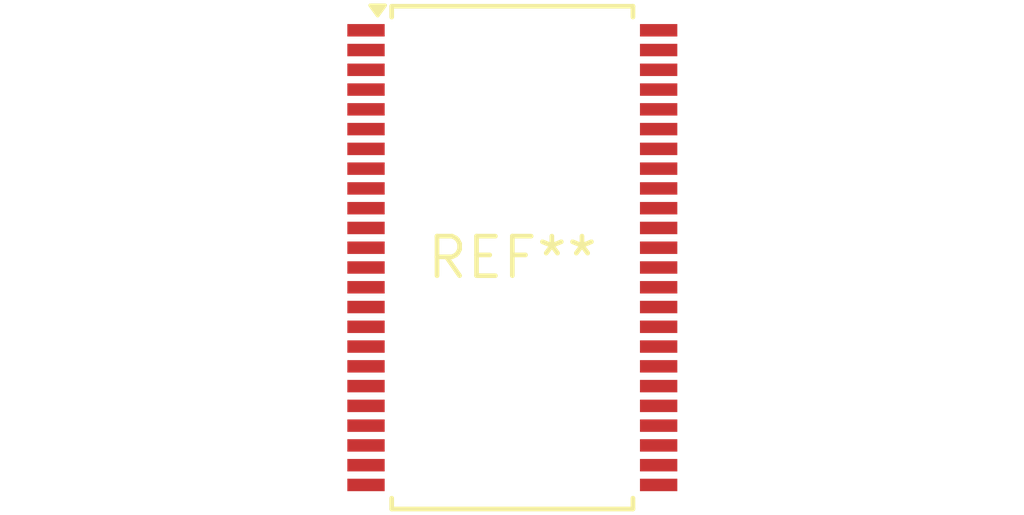
<source format=kicad_pcb>
(kicad_pcb (version 20240108) (generator pcbnew)
  (layers (0 "F.Cu" signal) (31 "B.Cu" signal) (34 "B.Paste" user) (35 "F.Paste" user) (36 "B.SilkS" user "B.Silkscreen") (37 "F.SilkS" user "F.Silkscreen") (38 "B.Mask" user) (39 "F.Mask" user) (44 "Edge.Cuts" user))
  (net 0 "")
  (footprint "SSOP-48_7.5x15.9mm_P0.635mm" (layer "F.Cu") (at 0 0)
    (property "Reference" "REF**")
    (property "Value" "SSOP-48_7.5x15.9mm_P0.635mm")
    (fp_line (start -3.875 -8.075) (end -3.875 -7.7275) (layer "F.SilkS") (stroke (width 0.15)))
    (fp_line (start -3.875 -8.075) (end 3.875 -8.075) (layer "F.SilkS") (stroke (width 0.15)))
    (fp_line (start -3.875 8.075) (end -3.875 7.7275) (layer "F.SilkS") (stroke (width 0.15)))
    (fp_line (start -3.875 8.075) (end 3.875 8.075) (layer "F.SilkS") (stroke (width 0.15)))
    (fp_line (start 3.875 -8.075) (end 3.875 -7.7275) (layer "F.SilkS") (stroke (width 0.15)))
    (fp_line (start 3.875 8.075) (end 3.875 7.7275) (layer "F.SilkS") (stroke (width 0.15)))
    (fp_poly (pts (xy -4.325 -7.775) (xy -4.565 -8.105) (xy -4.085 -8.105) (xy -4.325 -7.775)) (layer "F.SilkS") (stroke (width 0.12)) (fill solid))
    (pad "1" smd rect (at -4.7 -7.3025) (size 1.2 0.4) (layers "F.Cu" "F.Paste" "F.Mask"))
    (pad "2" smd rect (at -4.7 -6.6675) (size 1.2 0.4) (layers "F.Cu" "F.Paste" "F.Mask"))
    (pad "3" smd rect (at -4.7 -6.0325) (size 1.2 0.4) (layers "F.Cu" "F.Paste" "F.Mask"))
    (pad "4" smd rect (at -4.7 -5.3975) (size 1.2 0.4) (layers "F.Cu" "F.Paste" "F.Mask"))
    (pad "5" smd rect (at -4.7 -4.7625) (size 1.2 0.4) (layers "F.Cu" "F.Paste" "F.Mask"))
    (pad "6" smd rect (at -4.7 -4.1275) (size 1.2 0.4) (layers "F.Cu" "F.Paste" "F.Mask"))
    (pad "7" smd rect (at -4.7 -3.4925) (size 1.2 0.4) (layers "F.Cu" "F.Paste" "F.Mask"))
    (pad "8" smd rect (at -4.7 -2.8575) (size 1.2 0.4) (layers "F.Cu" "F.Paste" "F.Mask"))
    (pad "9" smd rect (at -4.7 -2.2225) (size 1.2 0.4) (layers "F.Cu" "F.Paste" "F.Mask"))
    (pad "10" smd rect (at -4.7 -1.5875) (size 1.2 0.4) (layers "F.Cu" "F.Paste" "F.Mask"))
    (pad "11" smd rect (at -4.7 -0.9525) (size 1.2 0.4) (layers "F.Cu" "F.Paste" "F.Mask"))
    (pad "12" smd rect (at -4.7 -0.3175) (size 1.2 0.4) (layers "F.Cu" "F.Paste" "F.Mask"))
    (pad "13" smd rect (at -4.7 0.3175) (size 1.2 0.4) (layers "F.Cu" "F.Paste" "F.Mask"))
    (pad "14" smd rect (at -4.7 0.9525) (size 1.2 0.4) (layers "F.Cu" "F.Paste" "F.Mask"))
    (pad "15" smd rect (at -4.7 1.5875) (size 1.2 0.4) (layers "F.Cu" "F.Paste" "F.Mask"))
    (pad "16" smd rect (at -4.7 2.2225) (size 1.2 0.4) (layers "F.Cu" "F.Paste" "F.Mask"))
    (pad "17" smd rect (at -4.7 2.8575) (size 1.2 0.4) (layers "F.Cu" "F.Paste" "F.Mask"))
    (pad "18" smd rect (at -4.7 3.4925) (size 1.2 0.4) (layers "F.Cu" "F.Paste" "F.Mask"))
    (pad "19" smd rect (at -4.7 4.1275) (size 1.2 0.4) (layers "F.Cu" "F.Paste" "F.Mask"))
    (pad "20" smd rect (at -4.7 4.7625) (size 1.2 0.4) (layers "F.Cu" "F.Paste" "F.Mask"))
    (pad "21" smd rect (at -4.7 5.3975) (size 1.2 0.4) (layers "F.Cu" "F.Paste" "F.Mask"))
    (pad "22" smd rect (at -4.7 6.0325) (size 1.2 0.4) (layers "F.Cu" "F.Paste" "F.Mask"))
    (pad "23" smd rect (at -4.7 6.6675) (size 1.2 0.4) (layers "F.Cu" "F.Paste" "F.Mask"))
    (pad "24" smd rect (at -4.7 7.3025) (size 1.2 0.4) (layers "F.Cu" "F.Paste" "F.Mask"))
    (pad "25" smd rect (at 4.7 7.3025) (size 1.2 0.4) (layers "F.Cu" "F.Paste" "F.Mask"))
    (pad "26" smd rect (at 4.7 6.6675) (size 1.2 0.4) (layers "F.Cu" "F.Paste" "F.Mask"))
    (pad "27" smd rect (at 4.7 6.0325) (size 1.2 0.4) (layers "F.Cu" "F.Paste" "F.Mask"))
    (pad "28" smd rect (at 4.7 5.3975) (size 1.2 0.4) (layers "F.Cu" "F.Paste" "F.Mask"))
    (pad "29" smd rect (at 4.7 4.7625) (size 1.2 0.4) (layers "F.Cu" "F.Paste" "F.Mask"))
    (pad "30" smd rect (at 4.7 4.1275) (size 1.2 0.4) (layers "F.Cu" "F.Paste" "F.Mask"))
    (pad "31" smd rect (at 4.7 3.4925) (size 1.2 0.4) (layers "F.Cu" "F.Paste" "F.Mask"))
    (pad "32" smd rect (at 4.7 2.8575) (size 1.2 0.4) (layers "F.Cu" "F.Paste" "F.Mask"))
    (pad "33" smd rect (at 4.7 2.2225) (size 1.2 0.4) (layers "F.Cu" "F.Paste" "F.Mask"))
    (pad "34" smd rect (at 4.7 1.5875) (size 1.2 0.4) (layers "F.Cu" "F.Paste" "F.Mask"))
    (pad "35" smd rect (at 4.7 0.9525) (size 1.2 0.4) (layers "F.Cu" "F.Paste" "F.Mask"))
    (pad "36" smd rect (at 4.7 0.3175) (size 1.2 0.4) (layers "F.Cu" "F.Paste" "F.Mask"))
    (pad "37" smd rect (at 4.7 -0.3175) (size 1.2 0.4) (layers "F.Cu" "F.Paste" "F.Mask"))
    (pad "38" smd rect (at 4.7 -0.9525) (size 1.2 0.4) (layers "F.Cu" "F.Paste" "F.Mask"))
    (pad "39" smd rect (at 4.7 -1.5875) (size 1.2 0.4) (layers "F.Cu" "F.Paste" "F.Mask"))
    (pad "40" smd rect (at 4.7 -2.2225) (size 1.2 0.4) (layers "F.Cu" "F.Paste" "F.Mask"))
    (pad "41" smd rect (at 4.7 -2.8575) (size 1.2 0.4) (layers "F.Cu" "F.Paste" "F.Mask"))
    (pad "42" smd rect (at 4.7 -3.4925) (size 1.2 0.4) (layers "F.Cu" "F.Paste" "F.Mask"))
    (pad "43" smd rect (at 4.7 -4.1275) (size 1.2 0.4) (layers "F.Cu" "F.Paste" "F.Mask"))
    (pad "44" smd rect (at 4.7 -4.7625) (size 1.2 0.4) (layers "F.Cu" "F.Paste" "F.Mask"))
    (pad "45" smd rect (at 4.7 -5.3975) (size 1.2 0.4) (layers "F.Cu" "F.Paste" "F.Mask"))
    (pad "46" smd rect (at 4.7 -6.0325) (size 1.2 0.4) (layers "F.Cu" "F.Paste" "F.Mask"))
    (pad "47" smd rect (at 4.7 -6.6675) (size 1.2 0.4) (layers "F.Cu" "F.Paste" "F.Mask"))
    (pad "48" smd rect (at 4.7 -7.3025) (size 1.2 0.4) (layers "F.Cu" "F.Paste" "F.Mask"))
  )
)
</source>
